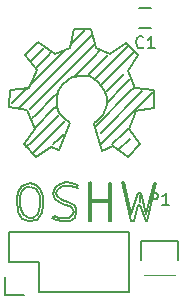
<source format=gto>
G04 #@! TF.FileFunction,Legend,Top*
%FSLAX46Y46*%
G04 Gerber Fmt 4.6, Leading zero omitted, Abs format (unit mm)*
G04 Created by KiCad (PCBNEW 0.201604300946+6716~44~ubuntu16.04.1-product) date tir 03 maj 2016 17:56:38 CEST*
%MOMM*%
%LPD*%
G01*
G04 APERTURE LIST*
%ADD10C,0.100000*%
%ADD11C,0.150000*%
%ADD12R,2.127200X2.127200*%
%ADD13O,2.127200X2.127200*%
%ADD14R,1.900000X1.650000*%
%ADD15R,2.635200X2.635200*%
G04 APERTURE END LIST*
D10*
D11*
X20928000Y-44230000D02*
X28548000Y-44230000D01*
X28548000Y-44230000D02*
X28548000Y-39150000D01*
X28548000Y-39150000D02*
X18388000Y-39150000D01*
X18388000Y-39150000D02*
X18388000Y-41690000D01*
X18108000Y-42960000D02*
X18108000Y-44510000D01*
X18388000Y-41690000D02*
X20928000Y-41690000D01*
X20928000Y-41690000D02*
X20928000Y-44230000D01*
X18108000Y-44510000D02*
X19658000Y-44510000D01*
X29470400Y-21915200D02*
X30470400Y-21915200D01*
X30470400Y-20215200D02*
X29470400Y-20215200D01*
X25187580Y-22772080D02*
X19287160Y-28672500D01*
X19586880Y-27372020D02*
X20087260Y-26871640D01*
X24186820Y-25771820D02*
X23887100Y-26071540D01*
X22187840Y-28771560D02*
X22385960Y-28570900D01*
X21187080Y-23772840D02*
X21387740Y-23572180D01*
X20686700Y-24270680D02*
X20287920Y-24672000D01*
X21687460Y-24270680D02*
X21987180Y-23970960D01*
X22688220Y-24270680D02*
X23186060Y-23772840D01*
X24687200Y-22271700D02*
X24887860Y-22071040D01*
X25187580Y-22772080D02*
X25487300Y-22472360D01*
X25187580Y-23772840D02*
X25687960Y-23272460D01*
X26686180Y-24270680D02*
X26787780Y-24171620D01*
X25687960Y-24270680D02*
X26086740Y-23871900D01*
X28187320Y-23772840D02*
X28487040Y-23470580D01*
X28687700Y-24270680D02*
X28987420Y-23970960D01*
X20686700Y-29271940D02*
X20386980Y-29571660D01*
X22187840Y-27770800D02*
X22487560Y-27471080D01*
X20087260Y-31771300D02*
X19886600Y-31971960D01*
X22187840Y-29772320D02*
X22688220Y-29271940D01*
X20686700Y-32271680D02*
X20486040Y-32472340D01*
X22688220Y-30272700D02*
X23186060Y-29772320D01*
X22688220Y-31270920D02*
X23087000Y-30872140D01*
X28187320Y-26772580D02*
X28687700Y-26272200D01*
X28687700Y-27270420D02*
X28987420Y-26970700D01*
X28187320Y-30770540D02*
X28586100Y-30371760D01*
X30186300Y-27770800D02*
X30587620Y-27372020D01*
X28687700Y-31270920D02*
X27686940Y-32271680D01*
X28187320Y-30770540D02*
X27186560Y-31771300D01*
X30186300Y-27770800D02*
X26188340Y-31771300D01*
X29688460Y-27270420D02*
X26188340Y-30770540D01*
X28687700Y-27270420D02*
X25687960Y-30272700D01*
X22688220Y-31270920D02*
X22187840Y-31771300D01*
X22688220Y-30272700D02*
X20686700Y-32271680D01*
X22187840Y-29772320D02*
X20186320Y-31771300D01*
X22187840Y-28771560D02*
X20686700Y-30272700D01*
X22187840Y-27770800D02*
X20686700Y-29271940D01*
X24687200Y-22271700D02*
X23686440Y-23272460D01*
X21187080Y-23772840D02*
X20686700Y-24270680D01*
X21687460Y-24270680D02*
X20686700Y-25271440D01*
X19685940Y-27270420D02*
X18687720Y-28271180D01*
X22688220Y-24270680D02*
X20186320Y-26772580D01*
X25187580Y-23772840D02*
X20186320Y-28771560D01*
X28187320Y-26772580D02*
X26686180Y-28271180D01*
X28187320Y-25771820D02*
X26686180Y-27270420D01*
X25687960Y-24270680D02*
X24186820Y-25771820D01*
X28687700Y-24270680D02*
X26188340Y-26772580D01*
X28187320Y-23772840D02*
X25687960Y-26272200D01*
X26686180Y-24270680D02*
X25187580Y-25771820D01*
X29487800Y-36071520D02*
X29487800Y-36670960D01*
X27986660Y-34971700D02*
X28786760Y-38271160D01*
X28786760Y-38271160D02*
X28987420Y-38271160D01*
X28987420Y-38271160D02*
X29386200Y-36871620D01*
X29386200Y-36871620D02*
X29487800Y-36871620D01*
X29487800Y-36871620D02*
X29988180Y-38271160D01*
X29988180Y-38271160D02*
X30087240Y-38271160D01*
X30087240Y-38271160D02*
X30887340Y-35070760D01*
X30887340Y-35070760D02*
X30686680Y-35070760D01*
X30686680Y-35070760D02*
X29988180Y-37671720D01*
X29988180Y-37671720D02*
X29586860Y-35870860D01*
X29586860Y-35870860D02*
X29386200Y-35870860D01*
X29386200Y-35870860D02*
X28786760Y-37671720D01*
X28786760Y-37671720D02*
X28187320Y-34971700D01*
X28187320Y-34971700D02*
X27986660Y-34971700D01*
X25286640Y-36472840D02*
X26787780Y-36472840D01*
X26787780Y-36472840D02*
X26787780Y-36670960D01*
X26787780Y-36670960D02*
X25388240Y-36670960D01*
X26886840Y-35070760D02*
X26886840Y-38271160D01*
X26886840Y-38271160D02*
X27087500Y-38271160D01*
X27087500Y-38271160D02*
X27087500Y-35070760D01*
X27087500Y-35070760D02*
X26886840Y-35070760D01*
X25388240Y-34971700D02*
X25286640Y-34971700D01*
X25187580Y-34971700D02*
X25187580Y-38271160D01*
X25187580Y-38271160D02*
X25388240Y-38271160D01*
X25388240Y-38271160D02*
X25388240Y-34971700D01*
X24288420Y-35271420D02*
X24186820Y-35172360D01*
X24186820Y-35172360D02*
X23788040Y-35070760D01*
X23788040Y-35070760D02*
X23287660Y-34971700D01*
X23287660Y-34971700D02*
X22586620Y-35172360D01*
X22586620Y-35172360D02*
X22286900Y-35472080D01*
X22286900Y-35472080D02*
X22187840Y-35972460D01*
X22187840Y-35972460D02*
X22286900Y-36371240D01*
X22286900Y-36371240D02*
X22688220Y-36670960D01*
X22688220Y-36670960D02*
X23186060Y-36871620D01*
X23186060Y-36871620D02*
X23587380Y-36970680D01*
X23587380Y-36970680D02*
X23788040Y-37171340D01*
X23788040Y-37171340D02*
X23887100Y-37471060D01*
X23887100Y-37471060D02*
X23788040Y-37770780D01*
X23788040Y-37770780D02*
X23488320Y-37971440D01*
X23488320Y-37971440D02*
X23087000Y-37971440D01*
X23087000Y-37971440D02*
X22586620Y-37971440D01*
X22586620Y-37971440D02*
X22286900Y-37872380D01*
X22286900Y-37872380D02*
X22086240Y-37971440D01*
X22086240Y-37971440D02*
X22385960Y-38172100D01*
X22385960Y-38172100D02*
X22987940Y-38271160D01*
X22987940Y-38271160D02*
X23587380Y-38271160D01*
X23587380Y-38271160D02*
X23986160Y-37971440D01*
X23986160Y-37971440D02*
X24087760Y-37471060D01*
X24087760Y-37471060D02*
X24087760Y-37171340D01*
X24087760Y-37171340D02*
X23887100Y-36871620D01*
X23887100Y-36871620D02*
X23386720Y-36670960D01*
X23386720Y-36670960D02*
X22886340Y-36472840D01*
X22886340Y-36472840D02*
X22487560Y-36170580D01*
X22487560Y-36170580D02*
X22385960Y-35870860D01*
X22385960Y-35870860D02*
X22586620Y-35571140D01*
X22586620Y-35571140D02*
X22987940Y-35271420D01*
X22987940Y-35271420D02*
X23587380Y-35271420D01*
X23587380Y-35271420D02*
X23986160Y-35370480D01*
X23986160Y-35370480D02*
X24288420Y-35472080D01*
X20186320Y-35370480D02*
X19886600Y-35370480D01*
X19886600Y-35370480D02*
X19487820Y-35672740D01*
X19487820Y-35672740D02*
X19386220Y-36170580D01*
X19386220Y-36170580D02*
X19386220Y-36970680D01*
X19386220Y-36970680D02*
X19487820Y-37471060D01*
X19487820Y-37471060D02*
X19685940Y-37770780D01*
X19685940Y-37770780D02*
X20087260Y-37971440D01*
X20087260Y-37971440D02*
X20486040Y-37971440D01*
X20486040Y-37971440D02*
X20887360Y-37671720D01*
X20887360Y-37671720D02*
X21088020Y-36970680D01*
X21088020Y-36970680D02*
X21088020Y-36170580D01*
X21088020Y-36170580D02*
X20887360Y-35771800D01*
X20887360Y-35771800D02*
X20686700Y-35571140D01*
X20686700Y-35571140D02*
X20287920Y-35370480D01*
X20186320Y-35070760D02*
X19787540Y-35172360D01*
X19787540Y-35172360D02*
X19487820Y-35271420D01*
X19487820Y-35271420D02*
X19188100Y-35771800D01*
X19188100Y-35771800D02*
X19086500Y-36371240D01*
X19086500Y-36371240D02*
X19188100Y-37471060D01*
X19188100Y-37471060D02*
X19487820Y-38070500D01*
X19487820Y-38070500D02*
X20087260Y-38271160D01*
X20087260Y-38271160D02*
X20788300Y-38172100D01*
X20788300Y-38172100D02*
X21187080Y-37572660D01*
X21187080Y-37572660D02*
X21286140Y-36871620D01*
X21286140Y-36871620D02*
X21286140Y-36170580D01*
X21286140Y-36170580D02*
X21088020Y-35571140D01*
X21088020Y-35571140D02*
X20686700Y-35172360D01*
X20686700Y-35172360D02*
X20186320Y-35070760D01*
X23587380Y-29972980D02*
X23087000Y-29571660D01*
X23087000Y-29571660D02*
X22688220Y-29071280D01*
X22688220Y-29071280D02*
X22487560Y-28570900D01*
X22487560Y-28570900D02*
X22487560Y-27872400D01*
X22487560Y-27872400D02*
X22589160Y-27272960D01*
X22589160Y-27272960D02*
X22987940Y-26670980D01*
X22987940Y-26670980D02*
X23788040Y-26071540D01*
X23788040Y-26071540D02*
X24588140Y-25972480D01*
X24588140Y-25972480D02*
X25289180Y-25972480D01*
X25289180Y-25972480D02*
X25987680Y-26472860D01*
X25987680Y-26472860D02*
X26488060Y-27171360D01*
X26488060Y-27171360D02*
X26688720Y-27770800D01*
X26688720Y-27770800D02*
X26688720Y-28471840D01*
X26688720Y-28471840D02*
X26389000Y-29271940D01*
X26389000Y-29271940D02*
X25888620Y-29772320D01*
X25888620Y-29772320D02*
X25588900Y-29972980D01*
X25588900Y-30072040D02*
X26338200Y-32322480D01*
X26338200Y-32322480D02*
X27189100Y-31872900D01*
X27189100Y-31872900D02*
X28487040Y-32871120D01*
X28487040Y-32871120D02*
X29487800Y-31771300D01*
X29487800Y-31771300D02*
X28588640Y-30470820D01*
X28588640Y-30470820D02*
X29089020Y-29172880D01*
X29089020Y-29172880D02*
X29089020Y-28972220D01*
X29089020Y-28972220D02*
X30689220Y-28672500D01*
X30689220Y-28672500D02*
X30689220Y-27171360D01*
X30689220Y-27171360D02*
X29089020Y-26973240D01*
X29089020Y-26973240D02*
X28487040Y-25571160D01*
X28487040Y-25571160D02*
X29388740Y-24171620D01*
X29388740Y-24171620D02*
X28288920Y-23170860D01*
X28288920Y-23170860D02*
X26988440Y-24072560D01*
X26988440Y-24072560D02*
X25787020Y-23572180D01*
X25787020Y-23572180D02*
X25388240Y-21971980D01*
X25388240Y-21971980D02*
X23887100Y-21971980D01*
X23887100Y-21971980D02*
X23587380Y-23572180D01*
X23587380Y-23572180D02*
X22286900Y-24072560D01*
X22286900Y-24072560D02*
X20887360Y-23071800D01*
X20887360Y-23071800D02*
X19787540Y-24171620D01*
X19787540Y-24171620D02*
X20788300Y-25472100D01*
X20788300Y-25472100D02*
X20087260Y-26973240D01*
X20087260Y-26973240D02*
X18487060Y-27171360D01*
X18487060Y-27171360D02*
X18388000Y-28570900D01*
X18388000Y-28570900D02*
X19988200Y-28873160D01*
X19988200Y-28873160D02*
X20587640Y-30470820D01*
X20587640Y-30470820D02*
X19688480Y-31771300D01*
X19688480Y-31771300D02*
X20689240Y-32871120D01*
X20689240Y-32871120D02*
X21987180Y-31971960D01*
X21987180Y-31971960D02*
X22688220Y-32271680D01*
X22688220Y-32271680D02*
X23587380Y-29972980D01*
X32739600Y-39987600D02*
X32739600Y-41537600D01*
X29639600Y-41537600D02*
X29639600Y-39987600D01*
X29639600Y-39987600D02*
X32739600Y-39987600D01*
X29919600Y-42807600D02*
X32459600Y-42807600D01*
X29803733Y-23522342D02*
X29756114Y-23569961D01*
X29613257Y-23617580D01*
X29518019Y-23617580D01*
X29375161Y-23569961D01*
X29279923Y-23474723D01*
X29232304Y-23379485D01*
X29184685Y-23189009D01*
X29184685Y-23046152D01*
X29232304Y-22855676D01*
X29279923Y-22760438D01*
X29375161Y-22665200D01*
X29518019Y-22617580D01*
X29613257Y-22617580D01*
X29756114Y-22665200D01*
X29803733Y-22712819D01*
X30756114Y-23617580D02*
X30184685Y-23617580D01*
X30470400Y-23617580D02*
X30470400Y-22617580D01*
X30375161Y-22760438D01*
X30279923Y-22855676D01*
X30184685Y-22903295D01*
X30451504Y-36889980D02*
X30451504Y-35889980D01*
X30832457Y-35889980D01*
X30927695Y-35937600D01*
X30975314Y-35985219D01*
X31022933Y-36080457D01*
X31022933Y-36223314D01*
X30975314Y-36318552D01*
X30927695Y-36366171D01*
X30832457Y-36413790D01*
X30451504Y-36413790D01*
X31975314Y-36889980D02*
X31403885Y-36889980D01*
X31689600Y-36889980D02*
X31689600Y-35889980D01*
X31594361Y-36032838D01*
X31499123Y-36128076D01*
X31403885Y-36175695D01*
%LPC*%
D12*
X19658000Y-42960000D03*
D13*
X19658000Y-40420000D03*
X22198000Y-42960000D03*
X22198000Y-40420000D03*
X24738000Y-42960000D03*
X24738000Y-40420000D03*
X27278000Y-42960000D03*
X27278000Y-40420000D03*
D14*
X31220400Y-21065200D03*
X28720400Y-21065200D03*
D15*
X31189600Y-41537600D03*
M02*

</source>
